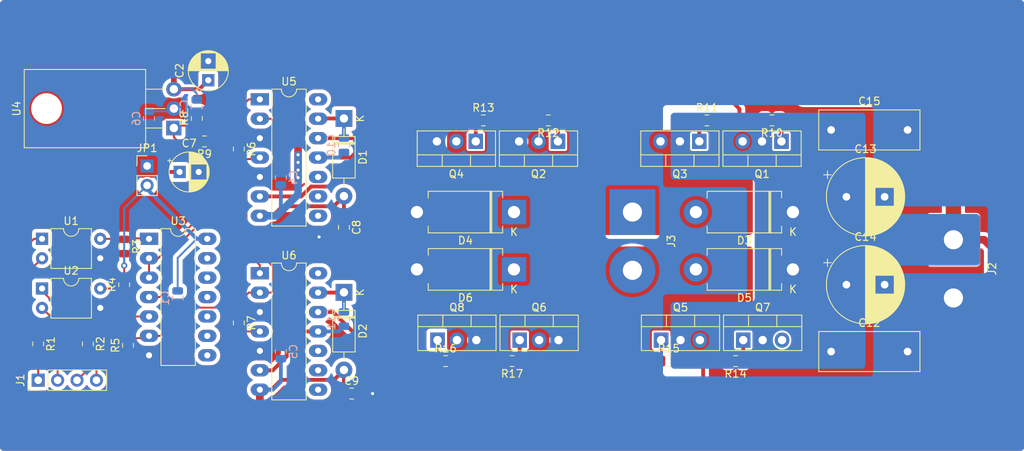
<source format=kicad_pcb>
(kicad_pcb (version 20171130) (host pcbnew 5.1.5)
  (layers (0 F.Cu jumper) (31 B.Cu signal) (34 B.Paste user) (35 F.Paste user) (36 B.SilkS user) (37 F.SilkS user) (38 B.Mask user) (39 F.Mask user) (44 Edge.Cuts user))
  (net 0 "")
  (net 1 GND)
  (net 2 +3V3)
  (net 3 VCC)
  (net 4 "Net-(C6-Pad1)")
  (net 5 /left_motor)
  (net 6 "Net-(C10-Pad1)")
  (net 7 /right_motor)
  (net 8 "Net-(C11-Pad1)")
  (net 9 /pwm_signal)
  (net 10 "Net-(J1-Pad2)")
  (net 11 /select)
  (net 12 "Net-(J1-Pad4)")
  (net 13 "Net-(Q1-Pad1)")
  (net 14 "Net-(Q2-Pad1)")
  (net 15 "Net-(Q3-Pad1)")
  (net 16 "Net-(Q4-Pad1)")
  (net 17 "Net-(Q5-Pad1)")
  (net 18 "Net-(Q6-Pad1)")
  (net 19 "Net-(Q7-Pad1)")
  (net 20 "Net-(Q8-Pad1)")
  (net 21 "Net-(R1-Pad1)")
  (net 22 "Net-(R2-Pad1)")
  (net 23 "Net-(R3-Pad1)")
  (net 24 "Net-(R4-Pad1)")
  (net 25 /!enable)
  (net 26 "Net-(R6-Pad2)")
  (net 27 "Net-(R7-Pad2)")
  (net 28 "Net-(R8-Pad1)")
  (net 29 /left_high)
  (net 30 /left_low)
  (net 31 /right_high)
  (net 32 /right_low)
  (net 33 /pwm_right)
  (net 34 /pwm_left)
  (net 35 "Net-(U5-Pad8)")
  (net 36 "Net-(U5-Pad9)")
  (net 37 "Net-(U5-Pad10)")
  (net 38 "Net-(U5-Pad14)")
  (net 39 "Net-(U6-Pad8)")
  (net 40 "Net-(U6-Pad9)")
  (net 41 "Net-(U6-Pad10)")
  (net 42 "Net-(U6-Pad14)")
  (module Capacitor_SMD:C_0805_2012Metric (layer B.Cu) (at 120 113.5 270)
    (fp_text reference C6 (at 0 1.65 90) (layer B.SilkS) (effects (justify mirror)))
    (fp_text value 100n)
    (pad 2 smd roundrect (at 0.9375 0 270) (size 0.975 1.4) (layers B.Cu B.Paste B.Mask) (net 1 GND))
    (pad 1 smd roundrect (at -0.9375 0 270) (size 0.975 1.4) (layers B.Cu B.Paste B.Mask) (net 4 "Net-(C6-Pad1)"))
  )
  (module Capacitor_THT:CP_Radial_D5.0mm_P2.50mm (layer F.Cu) (at 124 120.5)
    (fp_text reference C7 (at 1.25 -3.75) (layer F.SilkS))
    (fp_text value 1u)
    (pad 2 thru_hole circle (at 2.5 0) (size 1.6 1.6) (drill 0.8) (layers *.Cu *.Mask) (net 1 GND))
    (pad 1 thru_hole rect (at 0 0) (size 1.6 1.6) (drill 0.8) (layers *.Cu *.Mask) (net 4 "Net-(C6-Pad1)"))
  )
  (module Capacitor_SMD:C_0805_2012Metric (layer B.Cu) (at 126.25 112 270)
    (fp_text reference C3 (at 0 1.65 90) (layer B.SilkS) (effects (justify mirror)))
    (fp_text value 100n)
    (pad 1 smd roundrect (at -0.9375 0 270) (size 0.975 1.4) (layers B.Cu B.Paste B.Mask) (net 3 VCC))
    (pad 2 smd roundrect (at 0.9375 0 270) (size 0.975 1.4) (layers B.Cu B.Paste B.Mask) (net 1 GND))
  )
  (module Capacitor_THT:CP_Radial_D5.0mm_P2.50mm (layer F.Cu) (at 127.75 108.5 90)
    (fp_text reference C2 (at 1.25 -3.75 90) (layer F.SilkS))
    (fp_text value 10u)
    (pad 1 thru_hole rect (at 0 0 90) (size 1.6 1.6) (drill 0.8) (layers *.Cu *.Mask) (net 3 VCC))
    (pad 2 thru_hole circle (at 2.5 0 90) (size 1.6 1.6) (drill 0.8) (layers *.Cu *.Mask) (net 1 GND))
  )
  (module Resistor_SMD:R_0805_2012Metric (layer F.Cu) (at 127.25 116.5 180)
    (fp_text reference R9 (at 0 -1.65) (layer F.SilkS))
    (fp_text value 390)
    (pad 2 smd roundrect (at 0.9375 0 180) (size 0.975 1.4) (layers F.Cu F.Paste F.Mask) (net 28 "Net-(R8-Pad1)"))
    (pad 1 smd roundrect (at -0.9375 0 180) (size 0.975 1.4) (layers F.Cu F.Paste F.Mask) (net 1 GND))
  )
  (module Resistor_SMD:R_0805_2012Metric (layer F.Cu) (at 126.25 113.5 90)
    (fp_text reference R8 (at 0 -1.65 90) (layer F.SilkS))
    (fp_text value 240)
    (pad 1 smd roundrect (at -0.9375 0 90) (size 0.975 1.4) (layers F.Cu F.Paste F.Mask) (net 28 "Net-(R8-Pad1)"))
    (pad 2 smd roundrect (at 0.9375 0 90) (size 0.975 1.4) (layers F.Cu F.Paste F.Mask) (net 4 "Net-(C6-Pad1)"))
  )
  (module Connector_PinHeader_2.54mm:PinHeader_1x02_P2.54mm_Vertical (layer F.Cu) (at 119.75 119.71)
    (fp_text reference JP1 (at 0 -2.33) (layer F.SilkS))
    (fp_text value Jumper_NC_Small)
    (pad 1 thru_hole rect (at 0 0) (size 1.7 1.7) (drill 1) (layers *.Cu *.Mask) (net 4 "Net-(C6-Pad1)"))
    (pad 2 thru_hole oval (at 0 2.54) (size 1.7 1.7) (drill 1) (layers *.Cu *.Mask) (net 2 +3V3))
  )
  (module Package_TO_SOT_THT:TO-220-3_Horizontal_TabDown (layer F.Cu) (at 123.25 114.75 90)
    (fp_text reference U4 (at 2.54 -20.58 90) (layer F.SilkS))
    (fp_text value LM317)
    (pad "" np_thru_hole oval (at 2.54 -16.66 90) (size 3.5 3.5) (drill 3.5) (layers *.Cu *.Mask))
    (pad 1 thru_hole rect (at 0 0 90) (size 1.905 2) (drill 1.1) (layers *.Cu *.Mask) (net 28 "Net-(R8-Pad1)"))
    (pad 2 thru_hole oval (at 2.54 0 90) (size 1.905 2) (drill 1.1) (layers *.Cu *.Mask) (net 4 "Net-(C6-Pad1)"))
    (pad 3 thru_hole oval (at 5.08 0 90) (size 1.905 2) (drill 1.1) (layers *.Cu *.Mask) (net 3 VCC))
  )
  (module Diode_THT:D_DO-41_SOD81_P10.16mm_Horizontal (layer F.Cu) (at 145.5 136.25 270)
    (fp_text reference D2 (at 5.08 -2.47 90) (layer F.SilkS))
    (fp_text value 1N4007)
    (fp_text user K (at 0 -2.1 90) (layer F.SilkS))
    (pad 1 thru_hole rect (at 0 0 270) (size 2.2 2.2) (drill 1.1) (layers *.Cu *.Mask) (net 8 "Net-(C11-Pad1)"))
    (pad 2 thru_hole oval (at 10.16 0 270) (size 2.2 2.2) (drill 1.1) (layers *.Cu *.Mask) (net 3 VCC))
  )
  (module Capacitor_THT:CP_Radial_D10.0mm_P5.00mm (layer F.Cu) (at 211.25 135.25)
    (fp_text reference C14 (at 2.5 -6.25) (layer F.SilkS))
    (fp_text value 220u)
    (pad 2 thru_hole circle (at 5 0) (size 2 2) (drill 1) (layers *.Cu *.Mask) (net 1 GND))
    (pad 1 thru_hole rect (at 0 0) (size 2 2) (drill 1) (layers *.Cu *.Mask) (net 3 VCC))
  )
  (module Capacitor_THT:CP_Radial_D10.0mm_P5.00mm (layer F.Cu) (at 211.25 123.75)
    (fp_text reference C13 (at 2.5 -6.25) (layer F.SilkS))
    (fp_text value 220u)
    (pad 2 thru_hole circle (at 5 0) (size 2 2) (drill 1) (layers *.Cu *.Mask) (net 1 GND))
    (pad 1 thru_hole rect (at 0 0) (size 2 2) (drill 1) (layers *.Cu *.Mask) (net 3 VCC))
  )
  (module Capacitor_SMD:C_0805_2012Metric (layer B.Cu) (at 123.75 137 270)
    (fp_text reference C1 (at 0 1.65 90) (layer B.SilkS) (effects (justify mirror)))
    (fp_text value 100n)
    (pad 2 smd roundrect (at 0.9375 0 270) (size 0.975 1.4) (layers B.Cu B.Paste B.Mask) (net 1 GND))
    (pad 1 smd roundrect (at -0.9375 0 270) (size 0.975 1.4) (layers B.Cu B.Paste B.Mask) (net 2 +3V3))
  )
  (module Capacitor_SMD:C_0805_2012Metric (layer B.Cu) (at 137.25 121.25 90)
    (fp_text reference C4 (at 0 1.65 90) (layer B.SilkS) (effects (justify mirror)))
    (fp_text value 100n)
    (pad 1 smd roundrect (at -0.9375 0 90) (size 0.975 1.4) (layers B.Cu B.Paste B.Mask) (net 3 VCC))
    (pad 2 smd roundrect (at 0.9375 0 90) (size 0.975 1.4) (layers B.Cu B.Paste B.Mask) (net 1 GND))
  )
  (module Capacitor_SMD:C_0805_2012Metric (layer B.Cu) (at 137.25 144 90)
    (fp_text reference C5 (at 0 1.65 270) (layer B.SilkS) (effects (justify mirror)))
    (fp_text value 100n)
    (pad 1 smd roundrect (at -0.9375 0 90) (size 0.975 1.4) (layers B.Cu B.Paste B.Mask) (net 3 VCC))
    (pad 2 smd roundrect (at 0.9375 0 90) (size 0.975 1.4) (layers B.Cu B.Paste B.Mask) (net 1 GND))
  )
  (module Capacitor_SMD:C_0805_2012Metric (layer F.Cu) (at 145.5 127.75 270)
    (fp_text reference C8 (at 0 -1.65 90) (layer F.SilkS))
    (fp_text value 470n)
    (pad 1 smd roundrect (at -0.9375 0 270) (size 0.975 1.4) (layers F.Cu F.Paste F.Mask) (net 3 VCC))
    (pad 2 smd roundrect (at 0.9375 0 270) (size 0.975 1.4) (layers F.Cu F.Paste F.Mask) (net 1 GND))
  )
  (module Capacitor_SMD:C_0805_2012Metric (layer F.Cu) (at 146.5 149.5)
    (fp_text reference C9 (at 0 -1.65) (layer F.SilkS))
    (fp_text value 470n)
    (pad 1 smd roundrect (at -0.9375 0) (size 0.975 1.4) (layers F.Cu F.Paste F.Mask) (net 3 VCC))
    (pad 2 smd roundrect (at 0.9375 0) (size 0.975 1.4) (layers F.Cu F.Paste F.Mask) (net 1 GND))
  )
  (module Capacitor_SMD:C_0805_2012Metric (layer B.Cu) (at 145.5 117 270)
    (fp_text reference C10 (at 0 1.65 90) (layer B.SilkS) (effects (justify mirror)))
    (fp_text value 470n)
    (pad 2 smd roundrect (at 0.9375 0 270) (size 0.975 1.4) (layers B.Cu B.Paste B.Mask) (net 5 /left_motor))
    (pad 1 smd roundrect (at -0.9375 0 270) (size 0.975 1.4) (layers B.Cu B.Paste B.Mask) (net 6 "Net-(C10-Pad1)"))
  )
  (module Capacitor_SMD:C_0805_2012Metric (layer B.Cu) (at 145.5 139.75 270)
    (fp_text reference C11 (at 0 1.65 90) (layer B.SilkS) (effects (justify mirror)))
    (fp_text value 470n)
    (pad 2 smd roundrect (at 0.9375 0 270) (size 0.975 1.4) (layers B.Cu B.Paste B.Mask) (net 7 /right_motor))
    (pad 1 smd roundrect (at -0.9375 0 270) (size 0.975 1.4) (layers B.Cu B.Paste B.Mask) (net 8 "Net-(C11-Pad1)"))
  )
  (module Capacitor_THT:C_Rect_L13.0mm_W5.0mm_P10.00mm_FKS3_FKP3_MKS4 (layer F.Cu) (at 209.25 144)
    (fp_text reference C12 (at 5 -3.75) (layer F.SilkS))
    (fp_text value 470n)
    (pad 1 thru_hole circle (at 0 0) (size 2 2) (drill 1) (layers *.Cu *.Mask) (net 3 VCC))
    (pad 2 thru_hole circle (at 10 0) (size 2 2) (drill 1) (layers *.Cu *.Mask) (net 1 GND))
  )
  (module Capacitor_THT:C_Rect_L13.0mm_W5.0mm_P10.00mm_FKS3_FKP3_MKS4 (layer F.Cu) (at 209.25 115)
    (fp_text reference C15 (at 5 -3.75) (layer F.SilkS))
    (fp_text value 470n)
    (pad 2 thru_hole circle (at 10 0) (size 2 2) (drill 1) (layers *.Cu *.Mask) (net 1 GND))
    (pad 1 thru_hole circle (at 0 0) (size 2 2) (drill 1) (layers *.Cu *.Mask) (net 3 VCC))
  )
  (module Diode_THT:D_DO-41_SOD81_P10.16mm_Horizontal (layer F.Cu) (at 145.5 113.5 270)
    (fp_text reference D1 (at 5.08 -2.47 90) (layer F.SilkS))
    (fp_text value 1N4007)
    (fp_text user K (at 0 -2.1 90) (layer F.SilkS))
    (pad 2 thru_hole oval (at 10.16 0 270) (size 2.2 2.2) (drill 1.1) (layers *.Cu *.Mask) (net 3 VCC))
    (pad 1 thru_hole rect (at 0 0 270) (size 2.2 2.2) (drill 1.1) (layers *.Cu *.Mask) (net 6 "Net-(C10-Pad1)"))
  )
  (module Diode_THT:D_DO-201AD_P12.70mm_Horizontal (layer F.Cu) (at 204.25 125.75 180)
    (fp_text reference D3 (at 6.35 -3.72) (layer F.SilkS))
    (fp_text value 80SQ045)
    (fp_text user K (at 0 -2.6) (layer F.SilkS))
    (pad 1 thru_hole rect (at 0 0 180) (size 3.2 3.2) (drill 1.6) (layers *.Cu *.Mask) (net 3 VCC))
    (pad 2 thru_hole oval (at 12.7 0 180) (size 3.2 3.2) (drill 1.6) (layers *.Cu *.Mask) (net 5 /left_motor))
  )
  (module Diode_THT:D_DO-201AD_P12.70mm_Horizontal (layer F.Cu) (at 167.75 125.75 180)
    (fp_text reference D4 (at 6.35 -3.72) (layer F.SilkS))
    (fp_text value 80SQ045)
    (fp_text user K (at 0 -2.6) (layer F.SilkS))
    (pad 2 thru_hole oval (at 12.7 0 180) (size 3.2 3.2) (drill 1.6) (layers *.Cu *.Mask) (net 1 GND))
    (pad 1 thru_hole rect (at 0 0 180) (size 3.2 3.2) (drill 1.6) (layers *.Cu *.Mask) (net 5 /left_motor))
  )
  (module Diode_THT:D_DO-201AD_P12.70mm_Horizontal (layer F.Cu) (at 204.25 133.25 180)
    (fp_text reference D5 (at 6.35 -3.72) (layer F.SilkS))
    (fp_text value 80SQ045)
    (fp_text user K (at 0 -2.6) (layer F.SilkS))
    (pad 2 thru_hole oval (at 12.7 0 180) (size 3.2 3.2) (drill 1.6) (layers *.Cu *.Mask) (net 7 /right_motor))
    (pad 1 thru_hole rect (at 0 0 180) (size 3.2 3.2) (drill 1.6) (layers *.Cu *.Mask) (net 3 VCC))
  )
  (module Diode_THT:D_DO-201AD_P12.70mm_Horizontal (layer F.Cu) (at 167.75 133.25 180)
    (fp_text reference D6 (at 6.35 -3.72) (layer F.SilkS))
    (fp_text value 80SQ045)
    (fp_text user K (at 0 -2.6) (layer F.SilkS))
    (pad 1 thru_hole rect (at 0 0 180) (size 3.2 3.2) (drill 1.6) (layers *.Cu *.Mask) (net 7 /right_motor))
    (pad 2 thru_hole oval (at 12.7 0 180) (size 3.2 3.2) (drill 1.6) (layers *.Cu *.Mask) (net 1 GND))
  )
  (module Connector_PinHeader_2.54mm:PinHeader_1x04_P2.54mm_Vertical (layer F.Cu) (at 105.5 147.75 90)
    (fp_text reference J1 (at 0 -2.33 90) (layer F.SilkS))
    (fp_text value Conn_01x04_Male)
    (pad 1 thru_hole rect (at 0 0 90) (size 1.7 1.7) (drill 1) (layers *.Cu *.Mask) (net 9 /pwm_signal))
    (pad 2 thru_hole oval (at 0 2.54 90) (size 1.7 1.7) (drill 1) (layers *.Cu *.Mask) (net 10 "Net-(J1-Pad2)"))
    (pad 3 thru_hole oval (at 0 5.08 90) (size 1.7 1.7) (drill 1) (layers *.Cu *.Mask) (net 11 /select))
    (pad 4 thru_hole oval (at 0 7.62 90) (size 1.7 1.7) (drill 1) (layers *.Cu *.Mask) (net 12 "Net-(J1-Pad4)"))
  )
  (module Connector_Wire:SolderWirePad_1x02_P7.62mm_Drill2.5mm (layer F.Cu) (at 225.25 129.37 270)
    (fp_text reference J2 (at 3.81 -5.08 90) (layer F.SilkS))
    (fp_text value voltage_in)
    (pad 2 thru_hole circle (at 7.62 0 270) (size 5.99948 5.99948) (drill 2.49936) (layers *.Cu *.Mask) (net 1 GND))
    (pad 1 thru_hole rect (at 0 0 270) (size 5.99948 5.99948) (drill 2.49936) (layers *.Cu *.Mask) (net 3 VCC))
  )
  (module Connector_Wire:SolderWirePad_1x02_P7.62mm_Drill2.5mm (layer F.Cu) (at 183.25 125.75 270)
    (fp_text reference J3 (at 3.81 -5.08 90) (layer F.SilkS))
    (fp_text value motor)
    (pad 1 thru_hole rect (at 0 0 270) (size 5.99948 5.99948) (drill 2.49936) (layers *.Cu *.Mask) (net 5 /left_motor))
    (pad 2 thru_hole circle (at 7.62 0 270) (size 5.99948 5.99948) (drill 2.49936) (layers *.Cu *.Mask) (net 7 /right_motor))
  )
  (module Package_TO_SOT_THT:TO-220-3_Vertical (layer F.Cu) (at 202.75 116.5 180)
    (fp_text reference Q1 (at 2.54 -4.27) (layer F.SilkS))
    (fp_text value IRF3205)
    (pad 3 thru_hole oval (at 5.08 0 180) (size 1.905 2) (drill 1.1) (layers *.Cu *.Mask) (net 5 /left_motor))
    (pad 2 thru_hole oval (at 2.54 0 180) (size 1.905 2) (drill 1.1) (layers *.Cu *.Mask) (net 3 VCC))
    (pad 1 thru_hole rect (at 0 0 180) (size 1.905 2) (drill 1.1) (layers *.Cu *.Mask) (net 13 "Net-(Q1-Pad1)"))
  )
  (module Package_TO_SOT_THT:TO-220-3_Vertical (layer F.Cu) (at 173.5 116.5 180)
    (fp_text reference Q2 (at 2.54 -4.27) (layer F.SilkS))
    (fp_text value IRF3205)
    (pad 1 thru_hole rect (at 0 0 180) (size 1.905 2) (drill 1.1) (layers *.Cu *.Mask) (net 14 "Net-(Q2-Pad1)"))
    (pad 2 thru_hole oval (at 2.54 0 180) (size 1.905 2) (drill 1.1) (layers *.Cu *.Mask) (net 5 /left_motor))
    (pad 3 thru_hole oval (at 5.08 0 180) (size 1.905 2) (drill 1.1) (layers *.Cu *.Mask) (net 1 GND))
  )
  (module Package_TO_SOT_THT:TO-220-3_Vertical (layer F.Cu) (at 192 116.5 180)
    (fp_text reference Q3 (at 2.54 -4.27) (layer F.SilkS))
    (fp_text value IRF3205)
    (pad 3 thru_hole oval (at 5.08 0 180) (size 1.905 2) (drill 1.1) (layers *.Cu *.Mask) (net 5 /left_motor))
    (pad 2 thru_hole oval (at 2.54 0 180) (size 1.905 2) (drill 1.1) (layers *.Cu *.Mask) (net 3 VCC))
    (pad 1 thru_hole rect (at 0 0 180) (size 1.905 2) (drill 1.1) (layers *.Cu *.Mask) (net 15 "Net-(Q3-Pad1)"))
  )
  (module Package_TO_SOT_THT:TO-220-3_Vertical (layer F.Cu) (at 162.75 116.5 180)
    (fp_text reference Q4 (at 2.54 -4.27) (layer F.SilkS))
    (fp_text value IRF3205)
    (pad 1 thru_hole rect (at 0 0 180) (size 1.905 2) (drill 1.1) (layers *.Cu *.Mask) (net 16 "Net-(Q4-Pad1)"))
    (pad 2 thru_hole oval (at 2.54 0 180) (size 1.905 2) (drill 1.1) (layers *.Cu *.Mask) (net 5 /left_motor))
    (pad 3 thru_hole oval (at 5.08 0 180) (size 1.905 2) (drill 1.1) (layers *.Cu *.Mask) (net 1 GND))
  )
  (module Package_TO_SOT_THT:TO-220-3_Vertical (layer F.Cu) (at 187 142.5)
    (fp_text reference Q5 (at 2.54 -4.27) (layer F.SilkS))
    (fp_text value IRF3205)
    (pad 3 thru_hole oval (at 5.08 0) (size 1.905 2) (drill 1.1) (layers *.Cu *.Mask) (net 7 /right_motor))
    (pad 2 thru_hole oval (at 2.54 0) (size 1.905 2) (drill 1.1) (layers *.Cu *.Mask) (net 3 VCC))
    (pad 1 thru_hole rect (at 0 0) (size 1.905 2) (drill 1.1) (layers *.Cu *.Mask) (net 17 "Net-(Q5-Pad1)"))
  )
  (module Package_TO_SOT_THT:TO-220-3_Vertical (layer F.Cu) (at 168.5 142.5)
    (fp_text reference Q6 (at 2.54 -4.27) (layer F.SilkS))
    (fp_text value IRF3205)
    (pad 3 thru_hole oval (at 5.08 0) (size 1.905 2) (drill 1.1) (layers *.Cu *.Mask) (net 1 GND))
    (pad 2 thru_hole oval (at 2.54 0) (size 1.905 2) (drill 1.1) (layers *.Cu *.Mask) (net 7 /right_motor))
    (pad 1 thru_hole rect (at 0 0) (size 1.905 2) (drill 1.1) (layers *.Cu *.Mask) (net 18 "Net-(Q6-Pad1)"))
  )
  (module Package_TO_SOT_THT:TO-220-3_Vertical (layer F.Cu) (at 197.75 142.5)
    (fp_text reference Q7 (at 2.54 -4.27) (layer F.SilkS))
    (fp_text value IRF3205)
    (pad 1 thru_hole rect (at 0 0) (size 1.905 2) (drill 1.1) (layers *.Cu *.Mask) (net 19 "Net-(Q7-Pad1)"))
    (pad 2 thru_hole oval (at 2.54 0) (size 1.905 2) (drill 1.1) (layers *.Cu *.Mask) (net 3 VCC))
    (pad 3 thru_hole oval (at 5.08 0) (size 1.905 2) (drill 1.1) (layers *.Cu *.Mask) (net 7 /right_motor))
  )
  (module Package_TO_SOT_THT:TO-220-3_Vertical (layer F.Cu) (at 157.75 142.5)
    (fp_text reference Q8 (at 2.54 -4.27) (layer F.SilkS))
    (fp_text value IRF3205)
    (pad 1 thru_hole rect (at 0 0) (size 1.905 2) (drill 1.1) (layers *.Cu *.Mask) (net 20 "Net-(Q8-Pad1)"))
    (pad 2 thru_hole oval (at 2.54 0) (size 1.905 2) (drill 1.1) (layers *.Cu *.Mask) (net 7 /right_motor))
    (pad 3 thru_hole oval (at 5.08 0) (size 1.905 2) (drill 1.1) (layers *.Cu *.Mask) (net 1 GND))
  )
  (module Resistor_SMD:R_0805_2012Metric (layer F.Cu) (at 105.5 143 270)
    (fp_text reference R1 (at 0 -1.65 90) (layer F.SilkS))
    (fp_text value 390)
    (pad 2 smd roundrect (at 0.9375 0 270) (size 0.975 1.4) (layers F.Cu F.Paste F.Mask) (net 9 /pwm_signal))
    (pad 1 smd roundrect (at -0.9375 0 270) (size 0.975 1.4) (layers F.Cu F.Paste F.Mask) (net 21 "Net-(R1-Pad1)"))
  )
  (module Resistor_SMD:R_0805_2012Metric (layer F.Cu) (at 112 143 270)
    (fp_text reference R2 (at 0 -1.65 90) (layer F.SilkS))
    (fp_text value 390)
    (pad 1 smd roundrect (at -0.9375 0 270) (size 0.975 1.4) (layers F.Cu F.Paste F.Mask) (net 22 "Net-(R2-Pad1)"))
    (pad 2 smd roundrect (at 0.9375 0 270) (size 0.975 1.4) (layers F.Cu F.Paste F.Mask) (net 11 /select))
  )
  (module Resistor_SMD:R_0805_2012Metric (layer F.Cu) (at 116.75 130.25 270)
    (fp_text reference R3 (at 0 -1.65 90) (layer F.SilkS))
    (fp_text value 4k7)
    (pad 2 smd roundrect (at 0.9375 0 270) (size 0.975 1.4) (layers F.Cu F.Paste F.Mask) (net 2 +3V3))
    (pad 1 smd roundrect (at -0.9375 0 270) (size 0.975 1.4) (layers F.Cu F.Paste F.Mask) (net 23 "Net-(R3-Pad1)"))
  )
  (module Resistor_SMD:R_0805_2012Metric (layer F.Cu) (at 116.75 135.25 90)
    (fp_text reference R4 (at 0 -1.65 90) (layer F.SilkS))
    (fp_text value 4k7)
    (pad 1 smd roundrect (at -0.9375 0 90) (size 0.975 1.4) (layers F.Cu F.Paste F.Mask) (net 24 "Net-(R4-Pad1)"))
    (pad 2 smd roundrect (at 0.9375 0 90) (size 0.975 1.4) (layers F.Cu F.Paste F.Mask) (net 2 +3V3))
  )
  (module Resistor_SMD:R_0805_2012Metric (layer F.Cu) (at 117.25 143.1875 90)
    (fp_text reference R5 (at 0 -1.65 90) (layer F.SilkS))
    (fp_text value 10k)
    (pad 2 smd roundrect (at 0.9375 0 90) (size 0.975 1.4) (layers F.Cu F.Paste F.Mask) (net 25 /!enable))
    (pad 1 smd roundrect (at -0.9375 0 90) (size 0.975 1.4) (layers F.Cu F.Paste F.Mask) (net 1 GND))
  )
  (module Resistor_SMD:R_0805_2012Metric (layer F.Cu) (at 131.75 117.5 270)
    (fp_text reference R6 (at 0 -1.65 90) (layer F.SilkS))
    (fp_text value RDT)
    (pad 2 smd roundrect (at 0.9375 0 270) (size 0.975 1.4) (layers F.Cu F.Paste F.Mask) (net 26 "Net-(R6-Pad2)"))
    (pad 1 smd roundrect (at -0.9375 0 270) (size 0.975 1.4) (layers F.Cu F.Paste F.Mask) (net 1 GND))
  )
  (module Resistor_SMD:R_0805_2012Metric (layer F.Cu) (at 201.5 113.75 180)
    (fp_text reference R10 (at 0 -1.65) (layer F.SilkS))
    (fp_text value 4.7)
    (pad 1 smd roundrect (at -0.9375 0 180) (size 0.975 1.4) (layers F.Cu F.Paste F.Mask) (net 13 "Net-(Q1-Pad1)"))
    (pad 2 smd roundrect (at 0.9375 0 180) (size 0.975 1.4) (layers F.Cu F.Paste F.Mask) (net 29 /left_high))
  )
  (module Resistor_SMD:R_0805_2012Metric (layer F.Cu) (at 193 113.75)
    (fp_text reference R11 (at 0 -1.65) (layer F.SilkS))
    (fp_text value 4.7)
    (pad 2 smd roundrect (at 0.9375 0) (size 0.975 1.4) (layers F.Cu F.Paste F.Mask) (net 29 /left_high))
    (pad 1 smd roundrect (at -0.9375 0) (size 0.975 1.4) (layers F.Cu F.Paste F.Mask) (net 15 "Net-(Q3-Pad1)"))
  )
  (module Resistor_SMD:R_0805_2012Metric (layer F.Cu) (at 172.25 113.75 180)
    (fp_text reference R12 (at 0 -1.65) (layer F.SilkS))
    (fp_text value 4.7)
    (pad 2 smd roundrect (at 0.9375 0 180) (size 0.975 1.4) (layers F.Cu F.Paste F.Mask) (net 30 /left_low))
    (pad 1 smd roundrect (at -0.9375 0 180) (size 0.975 1.4) (layers F.Cu F.Paste F.Mask) (net 14 "Net-(Q2-Pad1)"))
  )
  (module Resistor_SMD:R_0805_2012Metric (layer F.Cu) (at 163.75 113.75)
    (fp_text reference R13 (at 0 -1.65) (layer F.SilkS))
    (fp_text value 4.7)
    (pad 1 smd roundrect (at -0.9375 0) (size 0.975 1.4) (layers F.Cu F.Paste F.Mask) (net 16 "Net-(Q4-Pad1)"))
    (pad 2 smd roundrect (at 0.9375 0) (size 0.975 1.4) (layers F.Cu F.Paste F.Mask) (net 30 /left_low))
  )
  (module Resistor_SMD:R_0805_2012Metric (layer F.Cu) (at 196.75 145.25 180)
    (fp_text reference R14 (at 0 -1.65) (layer F.SilkS))
    (fp_text value 4.7)
    (pad 1 smd roundrect (at -0.9375 0 180) (size 0.975 1.4) (layers F.Cu F.Paste F.Mask) (net 19 "Net-(Q7-Pad1)"))
    (pad 2 smd roundrect (at 0.9375 0 180) (size 0.975 1.4) (layers F.Cu F.Paste F.Mask) (net 31 /right_high))
  )
  (module Resistor_SMD:R_0805_2012Metric (layer F.Cu) (at 188 145.25)
    (fp_text reference R15 (at 0 -1.65) (layer F.SilkS))
    (fp_text value 4.7)
    (pad 1 smd roundrect (at -0.9375 0) (size 0.975 1.4) (layers F.Cu F.Paste F.Mask) (net 17 "Net-(Q5-Pad1)"))
    (pad 2 smd roundrect (at 0.9375 0) (size 0.975 1.4) (layers F.Cu F.Paste F.Mask) (net 31 /right_high))
  )
  (module Resistor_SMD:R_0805_2012Metric (layer F.Cu) (at 158.8125 145.25)
    (fp_text reference R16 (at 0 -1.65) (layer F.SilkS))
    (fp_text value 4.7)
    (pad 1 smd roundrect (at -0.9375 0) (size 0.975 1.4) (layers F.Cu F.Paste F.Mask) (net 20 "Net-(Q8-Pad1)"))
    (pad 2 smd roundrect (at 0.9375 0) (size 0.975 1.4) (layers F.Cu F.Paste F.Mask) (net 32 /right_low))
  )
  (module Resistor_SMD:R_0805_2012Metric (layer F.Cu) (at 167.5 145.25 180)
    (fp_text reference R17 (at 0 -1.65) (layer F.SilkS))
    (fp_text value 4.7)
    (pad 2 smd roundrect (at 0.9375 0 180) (size 0.975 1.4) (layers F.Cu F.Paste F.Mask) (net 32 /right_low))
    (pad 1 smd roundrect (at -0.9375 0 180) (size 0.975 1.4) (layers F.Cu F.Paste F.Mask) (net 18 "Net-(Q6-Pad1)"))
  )
  (module Package_DIP:DIP-4_W7.62mm (layer F.Cu) (at 106 129.25)
    (fp_text reference U1 (at 3.81 -2.33) (layer F.SilkS))
    (fp_text value PC123)
    (pad 4 thru_hole oval (at 7.62 0) (size 1.6 1.6) (drill 0.8) (layers *.Cu *.Mask) (net 23 "Net-(R3-Pad1)"))
    (pad 2 thru_hole oval (at 0 2.54) (size 1.6 1.6) (drill 0.8) (layers *.Cu *.Mask) (net 10 "Net-(J1-Pad2)"))
    (pad 3 thru_hole oval (at 7.62 2.54) (size 1.6 1.6) (drill 0.8) (layers *.Cu *.Mask) (net 1 GND))
    (pad 1 thru_hole rect (at 0 0) (size 1.6 1.6) (drill 0.8) (layers *.Cu *.Mask) (net 21 "Net-(R1-Pad1)"))
  )
  (module Package_DIP:DIP-4_W7.62mm (layer F.Cu) (at 106 135.75)
    (fp_text reference U2 (at 3.81 -2.33) (layer F.SilkS))
    (fp_text value PC123)
    (pad 1 thru_hole rect (at 0 0) (size 1.6 1.6) (drill 0.8) (layers *.Cu *.Mask) (net 22 "Net-(R2-Pad1)"))
    (pad 3 thru_hole oval (at 7.62 2.54) (size 1.6 1.6) (drill 0.8) (layers *.Cu *.Mask) (net 1 GND))
    (pad 2 thru_hole oval (at 0 2.54) (size 1.6 1.6) (drill 0.8) (layers *.Cu *.Mask) (net 12 "Net-(J1-Pad4)"))
    (pad 4 thru_hole oval (at 7.62 0) (size 1.6 1.6) (drill 0.8) (layers *.Cu *.Mask) (net 24 "Net-(R4-Pad1)"))
  )
  (module Package_DIP:DIP-14_W7.62mm_LongPads (layer F.Cu) (at 120 129.25)
    (fp_text reference U3 (at 3.81 -2.33) (layer F.SilkS))
    (fp_text value 74HC14)
    (pad 14 thru_hole oval (at 7.62 0) (size 2.4 1.6) (drill 0.8) (layers *.Cu *.Mask) (net 2 +3V3))
    (pad 7 thru_hole oval (at 0 15.24) (size 2.4 1.6) (drill 0.8) (layers *.Cu *.Mask) (net 1 GND))
    (pad 13 thru_hole oval (at 7.62 2.54) (size 2.4 1.6) (drill 0.8) (layers *.Cu *.Mask))
    (pad 6 thru_hole oval (at 0 12.7) (size 2.4 1.6) (drill 0.8) (layers *.Cu *.Mask) (net 25 /!enable))
    (pad 12 thru_hole oval (at 7.62 5.08) (size 2.4 1.6) (drill 0.8) (layers *.Cu *.Mask))
    (pad 5 thru_hole oval (at 0 10.16) (size 2.4 1.6) (drill 0.8) (layers *.Cu *.Mask) (net 24 "Net-(R4-Pad1)"))
    (pad 11 thru_hole oval (at 7.62 7.62) (size 2.4 1.6) (drill 0.8) (layers *.Cu *.Mask))
    (pad 4 thru_hole oval (at 0 7.62) (size 2.4 1.6) (drill 0.8) (layers *.Cu *.Mask) (net 33 /pwm_right))
    (pad 10 thru_hole oval (at 7.62 10.16) (size 2.4 1.6) (drill 0.8) (layers *.Cu *.Mask))
    (pad 3 thru_hole oval (at 0 5.08) (size 2.4 1.6) (drill 0.8) (layers *.Cu *.Mask) (net 34 /pwm_left))
    (pad 9 thru_hole oval (at 7.62 12.7) (size 2.4 1.6) (drill 0.8) (layers *.Cu *.Mask))
    (pad 2 thru_hole oval (at 0 2.54) (size 2.4 1.6) (drill 0.8) (layers *.Cu *.Mask) (net 34 /pwm_left))
    (pad 8 thru_hole oval (at 7.62 15.24) (size 2.4 1.6) (drill 0.8) (layers *.Cu *.Mask))
    (pad 1 thru_hole rect (at 0 0) (size 2.4 1.6) (drill 0.8) (layers *.Cu *.Mask) (net 23 "Net-(R3-Pad1)"))
  )
  (module Package_DIP:DIP-14_W7.62mm_LongPads (layer F.Cu) (at 134.5 111)
    (fp_text reference U5 (at 3.81 -2.33) (layer F.SilkS))
    (fp_text value IR21844)
    (pad 1 thru_hole rect (at 0 0) (size 2.4 1.6) (drill 0.8) (layers *.Cu *.Mask) (net 34 /pwm_left))
    (pad 8 thru_hole oval (at 7.62 15.24) (size 2.4 1.6) (drill 0.8) (layers *.Cu *.Mask) (net 35 "Net-(U5-Pad8)"))
    (pad 2 thru_hole oval (at 0 2.54) (size 2.4 1.6) (drill 0.8) (layers *.Cu *.Mask) (net 25 /!enable))
    (pad 9 thru_hole oval (at 7.62 12.7) (size 2.4 1.6) (drill 0.8) (layers *.Cu *.Mask) (net 36 "Net-(U5-Pad9)"))
    (pad 3 thru_hole oval (at 0 5.08) (size 2.4 1.6) (drill 0.8) (layers *.Cu *.Mask) (net 1 GND))
    (pad 10 thru_hole oval (at 7.62 10.16) (size 2.4 1.6) (drill 0.8) (layers *.Cu *.Mask) (net 37 "Net-(U5-Pad10)"))
    (pad 4 thru_hole oval (at 0 7.62) (size 2.4 1.6) (drill 0.8) (layers *.Cu *.Mask) (net 26 "Net-(R6-Pad2)"))
    (pad 11 thru_hole oval (at 7.62 7.62) (size 2.4 1.6) (drill 0.8) (layers *.Cu *.Mask) (net 5 /left_motor))
    (pad 5 thru_hole oval (at 0 10.16) (size 2.4 1.6) (drill 0.8) (layers *.Cu *.Mask) (net 1 GND))
    (pad 12 thru_hole oval (at 7.62 5.08) (size 2.4 1.6) (drill 0.8) (layers *.Cu *.Mask) (net 29 /left_high))
    (pad 6 thru_hole oval (at 0 12.7) (size 2.4 1.6) (drill 0.8) (layers *.Cu *.Mask) (net 30 /left_low))
    (pad 13 thru_hole oval (at 7.62 2.54) (size 2.4 1.6) (drill 0.8) (layers *.Cu *.Mask) (net 6 "Net-(C10-Pad1)"))
    (pad 7 thru_hole oval (at 0 15.24) (size 2.4 1.6) (drill 0.8) (layers *.Cu *.Mask) (net 3 VCC))
    (pad 14 thru_hole oval (at 7.62 0) (size 2.4 1.6) (drill 0.8) (layers *.Cu *.Mask) (net 38 "Net-(U5-Pad14)"))
  )
  (module Package_DIP:DIP-14_W7.62mm_LongPads (layer F.Cu) (at 134.5 133.75)
    (fp_text reference U6 (at 3.81 -2.33) (layer F.SilkS))
    (fp_text value IR21844)
    (pad 1 thru_hole rect (at 0 0) (size 2.4 1.6) (drill 0.8) (layers *.Cu *.Mask) (net 33 /pwm_right))
    (pad 8 thru_hole oval (at 7.62 15.24) (size 2.4 1.6) (drill 0.8) (layers *.Cu *.Mask) (net 39 "Net-(U6-Pad8)"))
    (pad 2 thru_hole oval (at 0 2.54) (size 2.4 1.6) (drill 0.8) (layers *.Cu *.Mask) (net 25 /!enable))
    (pad 9 thru_hole oval (at 7.62 12.7) (size 2.4 1.6) (drill 0.8) (layers *.Cu *.Mask) (net 40 "Net-(U6-Pad9)"))
    (pad 3 thru_hole oval (at 0 5.08) (size 2.4 1.6) (drill 0.8) (layers *.Cu *.Mask) (net 1 GND))
    (pad 10 thru_hole oval (at 7.62 10.16) (size 2.4 1.6) (drill 0.8) (layers *.Cu *.Mask) (net 41 "Net-(U6-Pad10)"))
    (pad 4 thru_hole oval (at 0 7.62) (size 2.4 1.6) (drill 0.8) (layers *.Cu *.Mask) (net 27 "Net-(R7-Pad2)"))
    (pad 11 thru_hole oval (at 7.62 7.62) (size 2.4 1.6) (drill 0.8) (layers *.Cu *.Mask) (net 7 /right_motor))
    (pad 5 thru_hole oval (at 0 10.16) (size 2.4 1.6) (drill 0.8) (layers *.Cu *.Mask) (net 1 GND))
    (pad 12 thru_hole oval (at 7.62 5.08) (size 2.4 1.6) (drill 0.8) (layers *.Cu *.Mask) (net 31 /right_high))
    (pad 6 thru_hole oval (at 0 12.7) (size 2.4 1.6) (drill 0.8) (layers *.Cu *.Mask) (net 32 /right_low))
    (pad 13 thru_hole oval (at 7.62 2.54) (size 2.4 1.6) (drill 0.8) (layers *.Cu *.Mask) (net 8 "Net-(C11-Pad1)"))
    (pad 7 thru_hole oval (at 0 15.24) (size 2.4 1.6) (drill 0.8) (layers *.Cu *.Mask) (net 3 VCC))
    (pad 14 thru_hole oval (at 7.62 0) (size 2.4 1.6) (drill 0.8) (layers *.Cu *.Mask) (net 42 "Net-(U6-Pad14)"))
  )
  (module Resistor_SMD:R_0805_2012Metric (layer F.Cu) (at 131.75 140.25 270)
    (fp_text reference R7 (at 0 -1.65 90) (layer F.SilkS))
    (fp_text value RDT)
    (pad 1 smd roundrect (at -0.9375 0 270) (size 0.975 1.4) (layers F.Cu F.Paste F.Mask) (net 1 GND))
    (pad 2 smd roundrect (at 0.9375 0 270) (size 0.975 1.4) (layers F.Cu F.Paste F.Mask) (net 27 "Net-(R7-Pad2)"))
  )
  (segment (start 121.45 144.49) (end 120 144.49) (width 0.25) (layer B.Cu) (net 1))
  (segment (start 123.75 142.19) (end 121.45 144.49) (width 0.25) (layer B.Cu) (net 1))
  (segment (start 123.75 137.9375) (end 123.75 142.19) (width 0.25) (layer B.Cu) (net 1))
  (segment (start 120.365 144.125) (end 120 144.49) (width 0.25) (layer F.Cu) (net 1))
  (segment (start 119.635 144.125) (end 120 144.49) (width 0.25) (layer F.Cu) (net 1))
  (segment (start 117.25 144.125) (end 119.635 144.125) (width 0.25) (layer F.Cu) (net 1))
  (segment (start 137.25 119.825) (end 137.25 120.3125) (width 0.25) (layer B.Cu) (net 1))
  (segment (start 137.25 117.38) (end 137.25 119.825) (width 0.25) (layer B.Cu) (net 1))
  (segment (start 135.95 116.08) (end 137.25 117.38) (width 0.25) (layer B.Cu) (net 1))
  (segment (start 134.5 116.08) (end 135.95 116.08) (width 0.25) (layer B.Cu) (net 1))
  (segment (start 137.25 142.575) (end 137.25 143.0625) (width 0.25) (layer B.Cu) (net 1))
  (segment (start 135.95 138.83) (end 137.25 140.13) (width 0.25) (layer B.Cu) (net 1))
  (segment (start 137.25 140.13) (end 137.25 142.575) (width 0.25) (layer B.Cu) (net 1))
  (segment (start 134.5 138.83) (end 135.95 138.83) (width 0.25) (layer B.Cu) (net 1))
  (segment (start 132.2325 116.08) (end 131.75 116.5625) (width 0.25) (layer F.Cu) (net 1))
  (segment (start 134.5 116.08) (end 132.2325 116.08) (width 0.25) (layer F.Cu) (net 1))
  (segment (start 132.2325 138.83) (end 131.75 139.3125) (width 0.25) (layer F.Cu) (net 1))
  (segment (start 134.5 138.83) (end 132.2325 138.83) (width 0.25) (layer F.Cu) (net 1))
  (segment (start 144.8 128.6875) (end 144.4875 129) (width 0.5) (layer F.Cu) (net 1))
  (segment (start 145.5 128.6875) (end 144.8 128.6875) (width 0.5) (layer F.Cu) (net 1))
  (via (at 142.25 129) (size 0.8) (drill 0.4) (layers F.Cu B.Cu) (net 1))
  (segment (start 144.4875 129) (end 142.25 129) (width 0.5) (layer F.Cu) (net 1))
  (segment (start 126.5 118.1875) (end 128.1875 116.5) (width 0.25) (layer F.Cu) (net 1))
  (segment (start 126.5 120.5) (end 126.5 118.1875) (width 0.25) (layer F.Cu) (net 1))
  (segment (start 147.4375 149.5) (end 149.25 149.5) (width 0.5) (layer F.Cu) (net 1))
  (via (at 149.25 149.5) (size 0.8) (drill 0.4) (layers F.Cu B.Cu) (net 1))
  (segment (start 123.75 136.0625) (end 123.75 132.25) (width 0.25) (layer B.Cu) (net 2))
  (segment (start 123.75 132.25) (end 123.75 131.75) (width 0.25) (layer B.Cu) (net 2))
  (segment (start 123.75 131.75) (end 126.25 129.25) (width 0.25) (layer B.Cu) (net 2))
  (segment (start 116.75 131.1875) (end 116.75 132.75) (width 0.25) (layer F.Cu) (net 2))
  (segment (start 126.25 129.25) (end 127.62 129.25) (width 0.5) (layer B.Cu) (net 2))
  (via (at 116.75 132.75) (size 0.8) (drill 0.4) (layers F.Cu B.Cu) (net 2))
  (segment (start 116.75 132.75) (end 116.75 134.3125) (width 0.25) (layer F.Cu) (net 2))
  (segment (start 119.75 122.75) (end 119.75 122.25) (width 0.5) (layer B.Cu) (net 2))
  (segment (start 126.25 129.25) (end 119.75 122.75) (width 0.5) (layer B.Cu) (net 2))
  (segment (start 116.75 125.25) (end 116.75 132.75) (width 0.25) (layer B.Cu) (net 2))
  (segment (start 119.75 122.25) (end 116.75 125.25) (width 0.25) (layer B.Cu) (net 2))
  (segment (start 144.17001 124.98999) (end 144.400001 124.759999) (width 0.5) (layer F.Cu) (net 3))
  (segment (start 137.45001 124.98999) (end 144.17001 124.98999) (width 0.5) (layer F.Cu) (net 3))
  (segment (start 144.400001 124.759999) (end 145.5 123.66) (width 0.5) (layer F.Cu) (net 3))
  (segment (start 136.2 126.24) (end 137.45001 124.98999) (width 0.5) (layer F.Cu) (net 3))
  (segment (start 134.5 126.24) (end 136.2 126.24) (width 0.5) (layer F.Cu) (net 3))
  (segment (start 144.400001 147.509999) (end 145.5 146.41) (width 0.5) (layer F.Cu) (net 3))
  (segment (start 144.20999 147.70001) (end 144.400001 147.509999) (width 0.5) (layer F.Cu) (net 3))
  (segment (start 137.29999 147.70001) (end 144.20999 147.70001) (width 0.5) (layer F.Cu) (net 3))
  (segment (start 134.5 148.99) (end 136.01 148.99) (width 0.5) (layer F.Cu) (net 3))
  (segment (start 136.01 148.99) (end 137.29999 147.70001) (width 0.5) (layer F.Cu) (net 3))
  (via (at 139.5 120.25) (size 0.8) (drill 0.4) (layers F.Cu B.Cu) (net 3))
  (via (at 139.5 119.25) (size 0.8) (drill 0.4) (layers F.Cu B.Cu) (net 3))
  (via (at 139.5 118.25) (size 0.8) (drill 0.4) (layers F.Cu B.Cu) (net 3))
  (segment (start 137.25 122.1875) (end 137.25 125.5) (width 0.5) (layer B.Cu) (net 3))
  (segment (start 145.5 123.66) (end 145.5 126.8125) (width 0.5) (layer F.Cu) (net 3))
  (via (at 139.5 121.25) (size 0.8) (drill 0.4) (layers F.Cu B.Cu) (net 3))
  (segment (start 145.5 146.41) (end 145.5 149.5625) (width 0.5) (layer F.Cu) (net 3))
  (segment (start 225.25 129.37) (end 225.25 116) (width 2) (layer F.Cu) (net 3))
  (segment (start 205.75 110.5) (end 198.5 103.25) (width 2) (layer F.Cu) (net 3))
  (segment (start 219.75 110.5) (end 205.75 110.5) (width 2) (layer F.Cu) (net 3))
  (segment (start 225.25 116) (end 219.75 110.5) (width 2) (layer F.Cu) (net 3))
  (segment (start 198.5 103.25) (end 139.5 103.25) (width 2) (layer F.Cu) (net 3))
  (segment (start 125.67 109.67) (end 123.25 109.67) (width 0.25) (layer B.Cu) (net 3))
  (segment (start 123.25 109.67) (end 126.58 109.67) (width 0.5) (layer F.Cu) (net 3))
  (segment (start 126.25 111.0625) (end 126.25 110.25) (width 0.25) (layer B.Cu) (net 3))
  (segment (start 126.25 110.25) (end 125.67 109.67) (width 0.25) (layer B.Cu) (net 3))
  (segment (start 126.58 109.67) (end 127.75 108.5) (width 0.5) (layer F.Cu) (net 3))
  (segment (start 126 103.25) (end 139.5 103.25) (width 0.75) (layer F.Cu) (net 3))
  (segment (start 123.25 109.67) (end 123.25 106) (width 0.75) (layer F.Cu) (net 3))
  (segment (start 123.25 106) (end 126 103.25) (width 0.75) (layer F.Cu) (net 3))
  (segment (start 136.7 126.24) (end 139.5 123.44) (width 1) (layer B.Cu) (net 3))
  (segment (start 134.5 126.24) (end 136.7 126.24) (width 1) (layer B.Cu) (net 3))
  (segment (start 139.5 123.44) (end 139.5 118.25) (width 1) (layer B.Cu) (net 3))
  (segment (start 139.5 121.25) (end 139.5 103.25) (width 1) (layer F.Cu) (net 3))
  (segment (start 229.24974 129.37) (end 230.25 130.37026) (width 1) (layer F.Cu) (net 3))
  (segment (start 225.25 129.37) (end 229.24974 129.37) (width 1) (layer F.Cu) (net 3))
  (segment (start 230.25 130.37026) (end 230.25 140.25) (width 1) (layer F.Cu) (net 3))
  (segment (start 230.25 140.25) (end 222 148.5) (width 1) (layer F.Cu) (net 3))
  (segment (start 222 148.5) (end 194.75 148.5) (width 1) (layer F.Cu) (net 3))
  (segment (start 194.75 148.5) (end 190.5 152.75) (width 1) (layer F.Cu) (net 3))
  (segment (start 134.5 150.79) (end 134.5 148.99) (width 1) (layer F.Cu) (net 3))
  (segment (start 136.46 152.75) (end 134.5 150.79) (width 1) (layer F.Cu) (net 3))
  (segment (start 190.5 152.75) (end 136.46 152.75) (width 1) (layer F.Cu) (net 3))
  (segment (start 137.25 145.425) (end 137.25 144.9375) (width 0.5) (layer B.Cu) (net 3))
  (segment (start 136.2 148.99) (end 137.25 147.94) (width 0.5) (layer B.Cu) (net 3))
  (segment (start 137.25 147.94) (end 137.25 145.425) (width 0.5) (layer B.Cu) (net 3))
  (segment (start 134.5 148.99) (end 136.2 148.99) (width 0.5) (layer B.Cu) (net 3))
  (segment (start 120.75 120.5) (end 119.75 119.5) (width 0.5) (layer F.Cu) (net 4))
  (segment (start 122.8975 112.5625) (end 123.25 112.21) (width 0.25) (layer B.Cu) (net 4))
  (segment (start 123.6025 112.5625) (end 123.25 112.21) (width 0.25) (layer F.Cu) (net 4))
  (segment (start 126.25 112.5625) (end 123.6025 112.5625) (width 0.25) (layer F.Cu) (net 4))
  (segment (start 120 112.5625) (end 122.8975 112.5625) (width 0.25) (layer B.Cu) (net 4))
  (segment (start 124 120.5) (end 120.75 120.5) (width 0.5) (layer F.Cu) (net 4))
  (segment (start 144.8175 118.62) (end 145.5 117.9375) (width 0.5) (layer B.Cu) (net 5))
  (segment (start 142.12 118.62) (end 144.8175 118.62) (width 0.5) (layer B.Cu) (net 5))
  (segment (start 183.25 113.25) (end 183.25 125.75) (width 0.5) (layer F.Cu) (net 5))
  (segment (start 155 110) (end 180 110) (width 0.5) (layer F.Cu) (net 5))
  (segment (start 180 110) (end 183.25 113.25) (width 0.5) (layer F.Cu) (net 5))
  (segment (start 146.38 118.62) (end 155 110) (width 0.5) (layer F.Cu) (net 5))
  (segment (start 142.12 118.62) (end 146.38 118.62) (width 0.5) (layer F.Cu) (net 5))
  (segment (start 142.16 113.5) (end 142.12 113.54) (width 0.5) (layer F.Cu) (net 6))
  (segment (start 145.5 113.5) (end 142.16 113.5) (width 0.5) (layer F.Cu) (net 6))
  (segment (start 145.5 116.0625) (end 145.5 113.5) (width 0.5) (layer B.Cu) (net 6))
  (segment (start 145.5 140.75) (end 145.5 140.9375) (width 0.5) (layer B.Cu) (net 7))
  (segment (start 144.8175 141.37) (end 145.5 140.6875) (width 0.5) (layer B.Cu) (net 7))
  (segment (start 142.12 141.37) (end 144.8175 141.37) (width 0.5) (layer B.Cu) (net 7))
  (segment (start 183.25 146.75) (end 183.25 133.37) (width 0.5) (layer F.Cu) (net 7))
  (segment (start 180.5 149.5) (end 183.25 146.75) (width 0.5) (layer F.Cu) (net 7))
  (segment (start 156.75 149.5) (end 180.5 149.5) (width 0.5) (layer F.Cu) (net 7))
  (segment (start 153.75 146.5) (end 156.75 149.5) (width 0.5) (layer F.Cu) (net 7))
  (segment (start 140.42 141.37) (end 139.5 140.45) (width 0.5) (layer F.Cu) (net 7))
  (segment (start 153.75 139.75) (end 153.75 146.5) (width 0.5) (layer F.Cu) (net 7))
  (segment (start 142.12 141.37) (end 140.42 141.37) (width 0.5) (layer F.Cu) (net 7))
  (segment (start 139.5 140.45) (end 139.5 133) (width 0.5) (layer F.Cu) (net 7))
  (segment (start 140.5 132) (end 146 132) (width 0.5) (layer F.Cu) (net 7))
  (segment (start 146 132) (end 153.75 139.75) (width 0.5) (layer F.Cu) (net 7))
  (segment (start 139.5 133) (end 140.5 132) (width 0.5) (layer F.Cu) (net 7))
  (segment (start 144.39 136.29) (end 143.82 136.29) (width 0.5) (layer F.Cu) (net 8))
  (segment (start 143.82 136.29) (end 142.12 136.29) (width 0.5) (layer F.Cu) (net 8))
  (segment (start 145.5 136.25) (end 144.43 136.25) (width 0.5) (layer F.Cu) (net 8))
  (segment (start 144.43 136.25) (end 144.39 136.29) (width 0.5) (layer F.Cu) (net 8))
  (segment (start 145.5 136.25) (end 145.5 138.8125) (width 0.5) (layer B.Cu) (net 8))
  (segment (start 105.5 143.9375) (end 105.5 147.75) (width 0.25) (layer F.Cu) (net 9))
  (segment (start 108.04 147.75) (end 108.04 142.04) (width 0.25) (layer F.Cu) (net 10))
  (segment (start 108.04 142.04) (end 106.5 140.5) (width 0.25) (layer F.Cu) (net 10))
  (segment (start 106.5 140.5) (end 105 140.5) (width 0.25) (layer F.Cu) (net 10))
  (segment (start 105 140.5) (end 104.5 140) (width 0.25) (layer F.Cu) (net 10))
  (segment (start 104.5 133.29) (end 106 131.79) (width 0.25) (layer F.Cu) (net 10))
  (segment (start 104.5 140) (end 104.5 133.29) (width 0.25) (layer F.Cu) (net 10))
  (segment (start 112 146.33) (end 110.58 147.75) (width 0.25) (layer F.Cu) (net 11))
  (segment (start 112 143.9375) (end 112 146.33) (width 0.25) (layer F.Cu) (net 11))
  (segment (start 106.799999 139.089999) (end 106 138.29) (width 0.25) (layer F.Cu) (net 12))
  (segment (start 110.58501 142.87501) (end 106.799999 139.089999) (width 0.25) (layer F.Cu) (net 12))
  (segment (start 112.44186 142.87501) (end 110.58501 142.87501) (width 0.25) (layer F.Cu) (net 12))
  (segment (start 113.12 143.55315) (end 112.44186 142.87501) (width 0.25) (layer F.Cu) (net 12))
  (segment (start 113.12 147.75) (end 113.12 143.55315) (width 0.25) (layer F.Cu) (net 12))
  (segment (start 202.75 114.0625) (end 202.4375 113.75) (width 0.5) (layer F.Cu) (net 13))
  (segment (start 202.75 116.5) (end 202.75 114.0625) (width 0.5) (layer F.Cu) (net 13))
  (segment (start 173.5 114.0625) (end 173.1875 113.75) (width 0.5) (layer F.Cu) (net 14))
  (segment (start 173.5 116.5) (end 173.5 114.0625) (width 0.5) (layer F.Cu) (net 14))
  (segment (start 192 113.8125) (end 192.0625 113.75) (width 0.5) (layer F.Cu) (net 15))
  (segment (start 192 116.5) (end 192 113.8125) (width 0.5) (layer F.Cu) (net 15))
  (segment (start 162.75 113.8125) (end 162.8125 113.75) (width 0.5) (layer F.Cu) (net 16))
  (segment (start 162.75 116.5) (end 162.75 113.8125) (width 0.5) (layer F.Cu) (net 16))
  (segment (start 187 145.1875) (end 187.0625 145.25) (width 0.5) (layer F.Cu) (net 17))
  (segment (start 187 142.5) (end 187 145.1875) (width 0.5) (layer F.Cu) (net 17))
  (segment (start 168.5 145.1875) (end 168.4375 145.25) (width 0.5) (layer F.Cu) (net 18))
  (segment (start 168.5 142.5) (end 168.5 145.1875) (width 0.5) (layer F.Cu) (net 18))
  (segment (start 197.75 145.1875) (end 197.6875 145.25) (width 0.5) (layer F.Cu) (net 19))
  (segment (start 197.75 142.5) (end 197.75 145.1875) (width 0.5) (layer F.Cu) (net 19))
  (segment (start 157.75 145.125) (end 157.875 145.25) (width 0.5) (layer F.Cu) (net 20))
  (segment (start 157.75 142.5) (end 157.75 145.125) (width 0.5) (layer F.Cu) (net 20))
  (segment (start 104.95 129.25) (end 106 129.25) (width 0.25) (layer F.Cu) (net 21))
  (segment (start 104.049991 130.150009) (end 104.95 129.25) (width 0.25) (layer F.Cu) (net 21))
  (segment (start 104.049991 140.612491) (end 104.049991 130.150009) (width 0.25) (layer F.Cu) (net 21))
  (segment (start 105.5 142.0625) (end 104.049991 140.612491) (width 0.25) (layer F.Cu) (net 21))
  (segment (start 106 136.0625) (end 106 135.75) (width 0.25) (layer F.Cu) (net 22))
  (segment (start 112 142.0625) (end 106 136.0625) (width 0.25) (layer F.Cu) (net 22))
  (segment (start 116.6875 129.25) (end 116.75 129.1875) (width 0.25) (layer F.Cu) (net 23))
  (segment (start 113.62 129.25) (end 116.6875 129.25) (width 0.25) (layer F.Cu) (net 23))
  (segment (start 119.9375 129.1875) (end 120 129.25) (width 0.25) (layer F.Cu) (net 23))
  (segment (start 116.75 129.1875) (end 119.9375 129.1875) (width 0.25) (layer F.Cu) (net 23))
  (segment (start 116.75 138) (end 118.16 139.41) (width 0.25) (layer F.Cu) (net 24))
  (segment (start 116.75 136.1875) (end 116.75 138) (width 0.25) (layer F.Cu) (net 24))
  (segment (start 113.62 135.75) (end 116.3125 135.75) (width 0.25) (layer F.Cu) (net 24))
  (segment (start 118.16 139.41) (end 120 139.41) (width 0.25) (layer F.Cu) (net 24))
  (segment (start 116.3125 135.75) (end 116.75 136.1875) (width 0.25) (layer F.Cu) (net 24))
  (segment (start 119.7 142.25) (end 120 141.95) (width 0.25) (layer F.Cu) (net 25))
  (segment (start 117.25 142.25) (end 119.7 142.25) (width 0.25) (layer F.Cu) (net 25))
  (segment (start 136.25 135.99) (end 135.95 136.29) (width 0.25) (layer F.Cu) (net 25))
  (segment (start 132.75 129.414998) (end 136.25 132.914998) (width 0.25) (layer F.Cu) (net 25))
  (segment (start 133.46501 120.03499) (end 132.75 120.75) (width 0.25) (layer F.Cu) (net 25))
  (segment (start 136.25 132.914998) (end 136.25 135.99) (width 0.25) (layer F.Cu) (net 25))
  (segment (start 134.5 113.54) (end 135.95 113.54) (width 0.25) (layer F.Cu) (net 25))
  (segment (start 135.46501 120.03499) (end 133.46501 120.03499) (width 0.25) (layer F.Cu) (net 25))
  (segment (start 135.95 136.29) (end 134.5 136.29) (width 0.25) (layer F.Cu) (net 25))
  (segment (start 135.95 113.54) (end 136.5 114.09) (width 0.25) (layer F.Cu) (net 25))
  (segment (start 136.5 114.09) (end 136.5 119) (width 0.25) (layer F.Cu) (net 25))
  (segment (start 132.75 120.75) (end 132.75 129.414998) (width 0.25) (layer F.Cu) (net 25))
  (segment (start 136.5 119) (end 135.46501 120.03499) (width 0.25) (layer F.Cu) (net 25))
  (segment (start 133.05 136.29) (end 134.5 136.29) (width 0.25) (layer F.Cu) (net 25))
  (segment (start 131.09 138.25) (end 133.05 136.29) (width 0.25) (layer F.Cu) (net 25))
  (segment (start 125.15 138.25) (end 131.09 138.25) (width 0.25) (layer F.Cu) (net 25))
  (segment (start 120 141.95) (end 121.45 141.95) (width 0.25) (layer F.Cu) (net 25))
  (segment (start 121.45 141.95) (end 125.15 138.25) (width 0.25) (layer F.Cu) (net 25))
  (segment (start 134.3075 118.8125) (end 134.5 118.62) (width 0.25) (layer F.Cu) (net 26))
  (segment (start 131.75 118.8125) (end 134.3075 118.8125) (width 0.25) (layer F.Cu) (net 26))
  (segment (start 131.9325 141.37) (end 131.75 141.1875) (width 0.25) (layer F.Cu) (net 27))
  (segment (start 134.5 141.37) (end 131.9325 141.37) (width 0.25) (layer F.Cu) (net 27))
  (segment (start 123.25 115.9525) (end 123.25 114.75) (width 0.25) (layer F.Cu) (net 28))
  (segment (start 126.3125 116.5) (end 123.7975 116.5) (width 0.25) (layer F.Cu) (net 28))
  (segment (start 123.5625 114.4375) (end 123.25 114.75) (width 0.25) (layer F.Cu) (net 28))
  (segment (start 123.7975 116.5) (end 123.25 115.9525) (width 0.25) (layer F.Cu) (net 28))
  (segment (start 126.25 114.4375) (end 123.5625 114.4375) (width 0.25) (layer F.Cu) (net 28))
  (segment (start 197.25 113.75) (end 200.5625 113.75) (width 0.5) (layer F.Cu) (net 29))
  (segment (start 193.9375 113.75) (end 197.25 113.75) (width 0.5) (layer F.Cu) (net 29))
  (segment (start 193.5 108.5) (end 197.25 112.25) (width 0.5) (layer F.Cu) (net 29))
  (segment (start 154.25 108.5) (end 193.5 108.5) (width 0.5) (layer F.Cu) (net 29))
  (segment (start 146.67 116.08) (end 154.25 108.5) (width 0.5) (layer F.Cu) (net 29))
  (segment (start 197.25 112.25) (end 197.25 113.75) (width 0.5) (layer F.Cu) (net 29))
  (segment (start 142.12 116.08) (end 146.67 116.08) (width 0.5) (layer F.Cu) (net 29))
  (segment (start 167.75 113.75) (end 171.3125 113.75) (width 0.5) (layer F.Cu) (net 30))
  (segment (start 136.2 123.7) (end 134.5 123.7) (width 0.5) (layer F.Cu) (net 30))
  (segment (start 147.25 120) (end 146 120) (width 0.5) (layer F.Cu) (net 30))
  (segment (start 139.912239 123.7) (end 136.2 123.7) (width 0.5) (layer F.Cu) (net 30))
  (segment (start 141.202229 122.41001) (end 139.912239 123.7) (width 0.5) (layer F.Cu) (net 30))
  (segment (start 168 113.75) (end 168 112.5) (width 0.5) (layer F.Cu) (net 30))
  (segment (start 164.6875 113.75) (end 168 113.75) (width 0.5) (layer F.Cu) (net 30))
  (segment (start 168 112.5) (end 167 111.5) (width 0.5) (layer F.Cu) (net 30))
  (segment (start 167 111.5) (end 155.75 111.5) (width 0.5) (layer F.Cu) (net 30))
  (segment (start 143.58999 122.41001) (end 141.202229 122.41001) (width 0.5) (layer F.Cu) (net 30))
  (segment (start 146 120) (end 143.58999 122.41001) (width 0.5) (layer F.Cu) (net 30))
  (segment (start 155.75 111.5) (end 147.25 120) (width 0.5) (layer F.Cu) (net 30))
  (segment (start 188.9375 145.25) (end 192.5 145.25) (width 0.5) (layer F.Cu) (net 31))
  (segment (start 192.5 145.25) (end 195.8125 145.25) (width 0.5) (layer F.Cu) (net 31))
  (segment (start 156.25 151) (end 144.08 138.83) (width 0.5) (layer F.Cu) (net 31))
  (segment (start 189 151) (end 156.25 151) (width 0.5) (layer F.Cu) (net 31))
  (segment (start 144.08 138.83) (end 142.12 138.83) (width 0.5) (layer F.Cu) (net 31))
  (segment (start 192.5 145.25) (end 192.5 147.5) (width 0.5) (layer F.Cu) (net 31))
  (segment (start 192.5 147.5) (end 189 151) (width 0.5) (layer F.Cu) (net 31))
  (segment (start 159.75 145.25) (end 163.25 145.25) (width 0.5) (layer F.Cu) (net 32))
  (segment (start 163.25 145.25) (end 166.5625 145.25) (width 0.5) (layer F.Cu) (net 32))
  (segment (start 136.2 146.45) (end 134.5 146.45) (width 0.5) (layer F.Cu) (net 32))
  (segment (start 138 132.5) (end 138 144.65) (width 0.5) (layer F.Cu) (net 32))
  (segment (start 146.75 130.75) (end 139.75 130.75) (width 0.5) (layer F.Cu) (net 32))
  (segment (start 155.25 139.25) (end 146.75 130.75) (width 0.5) (layer F.Cu) (net 32))
  (segment (start 139.75 130.75) (end 138 132.5) (width 0.5) (layer F.Cu) (net 32))
  (segment (start 163.25 146.75) (end 162 148) (width 0.5) (layer F.Cu) (net 32))
  (segment (start 155.25 146) (end 155.25 139.25) (width 0.5) (layer F.Cu) (net 32))
  (segment (start 138 144.65) (end 136.2 146.45) (width 0.5) (layer F.Cu) (net 32))
  (segment (start 157.25 148) (end 155.25 146) (width 0.5) (layer F.Cu) (net 32))
  (segment (start 163.25 145.25) (end 163.25 146.75) (width 0.5) (layer F.Cu) (net 32))
  (segment (start 162 148) (end 157.25 148) (width 0.5) (layer F.Cu) (net 32))
  (segment (start 121.45 136.87) (end 122.25 136.07) (width 0.25) (layer F.Cu) (net 33))
  (segment (start 120 136.87) (end 121.45 136.87) (width 0.25) (layer F.Cu) (net 33))
  (segment (start 122.25 136.07) (end 122.25 131.62641) (width 0.25) (layer F.Cu) (net 33))
  (segment (start 122.25 131.62641) (end 126.12641 127.75) (width 0.25) (layer F.Cu) (net 33))
  (segment (start 134.5 132.7) (end 134.5 133.75) (width 0.25) (layer F.Cu) (net 33))
  (segment (start 129.55 127.75) (end 134.5 132.7) (width 0.25) (layer F.Cu) (net 33))
  (segment (start 129.55 127.75) (end 126.12641 127.75) (width 0.25) (layer F.Cu) (net 33))
  (segment (start 120 131.79) (end 120 134.33) (width 0.25) (layer F.Cu) (net 34))
  (segment (start 121.21 131.79) (end 120 131.79) (width 0.25) (layer F.Cu) (net 34))
  (segment (start 130.5 113.55) (end 130.5 122.5) (width 0.25) (layer F.Cu) (net 34))
  (segment (start 134.5 111) (end 133.05 111) (width 0.25) (layer F.Cu) (net 34))
  (segment (start 130.5 122.5) (end 121.21 131.79) (width 0.25) (layer F.Cu) (net 34))
  (segment (start 133.05 111) (end 130.5 113.55) (width 0.25) (layer F.Cu) (net 34))
  (zone (net 5) (net_name /left_motor) (layer F.Cu) (connect_pads yes (clearance 0.254)) (min_thickness 0.254) (fill yes (arc_segments 32) (thermal_gap 0.254) (thermal_bridge_width 0.508) (smoothing fillet) (radius 0.5))
    (polygon (pts (xy 159 128.75) (xy 159 115) (xy 199 115) (xy 199 128.75)))
  )
  (zone (net 7) (net_name /right_motor) (layer F.Cu) (connect_pads yes (clearance 0.254)) (min_thickness 0.254) (fill yes (arc_segments 32) (thermal_gap 0.254) (thermal_bridge_width 0.508) (smoothing fillet) (radius 0.5))
    (polygon (pts (xy 159 144) (xy 159 130.25) (xy 199 130.25) (xy 199 144)))
  )
  (zone (net 3) (net_name VCC) (layer B.Cu) (connect_pads yes (clearance 0.254)) (min_thickness 0.254) (fill yes (arc_segments 32) (thermal_gap 0.254) (thermal_bridge_width 0.508) (smoothing fillet) (radius 0.5))
    (polygon (pts (xy 213.75 126) (xy 228.75 126) (xy 228.75 132.75) (xy 213.75 132.75) (xy 213.75 146.25) (xy 188.25 146.25) (xy 188.25 137.5) (xy 199.25 137.5) (xy 199.25 121.5) (xy 188.25 121.5) (xy 188.25 112.75) (xy 213.75 112.75)))
  )
  (zone (net 4) (net_name "Net-(C6-Pad1)") (layer F.Cu) (connect_pads yes (clearance 0.254)) (min_thickness 0.254) (fill yes (arc_segments 32) (thermal_gap 0.254) (thermal_bridge_width 0.508) (smoothing fillet) (radius 0.5))
    (polygon (pts (xy 121.5 106.75) (xy 121.5 110.75) (xy 124.75 110.75) (xy 124.75 113.75) (xy 121.5 113.75) (xy 121.5 121.25) (xy 118.25 121.25) (xy 118.25 117.75) (xy 103.25 117.75) (xy 103.25 106.75)))
  )
  (zone (net 1) (net_name GND) (layer B.Cu) (connect_pads yes (clearance 0.508)) (min_thickness 0.254) (fill yes (arc_segments 32) (thermal_gap 0.508) (thermal_bridge_width 0.508) (smoothing fillet) (radius 0.5))
    (polygon (pts (xy 234.5 157) (xy 100.5 157) (xy 100.5 98) (xy 234.5 98)))
    (polygon (pts (xy 187.25 111.75) (xy 187.25 122.5) (xy 198.25 122.5) (xy 198.25 136.5) (xy 187.25 136.5) (xy 187.25 147.25) (xy 214.75 147.25) (xy 214.75 133.75) (xy 229.75 133.75) (xy 229.75 125) (xy 214.75 125) (xy 214.75 111.75)))
  )
  (zone (net 1) (net_name GND) (layer F.Cu) (connect_pads yes (clearance 0.508)) (min_thickness 0.254) (fill yes (arc_segments 32) (thermal_gap 0.508) (thermal_bridge_width 0.508) (smoothing fillet) (radius 0.5))
    (polygon (pts (xy 234.5 157) (xy 100.5 157) (xy 100.5 98) (xy 234.5 98)))
    (polygon (pts (xy 158 114) (xy 158 145) (xy 200 145) (xy 200 114)))
    (polygon (pts (xy 102.5 106) (xy 102.5 118.75) (xy 117.25 118.75) (xy 117.25 122.25) (xy 122.5 122.25) (xy 122.5 116.75) (xy 125.75 116.75) (xy 125.75 108) (xy 122.25 108) (xy 122.25 106)))
  )
)
</source>
